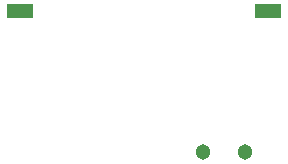
<source format=gbs>
G04*
G04 #@! TF.GenerationSoftware,Altium Limited,Altium Designer,20.2.5 (213)*
G04*
G04 Layer_Color=16711935*
%FSLAX25Y25*%
%MOIN*%
G70*
G04*
G04 #@! TF.SameCoordinates,C660A1F6-99E0-4939-AC29-5E4AD158EB90*
G04*
G04*
G04 #@! TF.FilePolarity,Negative*
G04*
G01*
G75*
%ADD44R,0.08674X0.04737*%
%ADD53C,0.05131*%
D44*
X-41339Y86630D02*
D03*
X41339D02*
D03*
D53*
X19783Y39370D02*
D03*
X33563D02*
D03*
M02*

</source>
